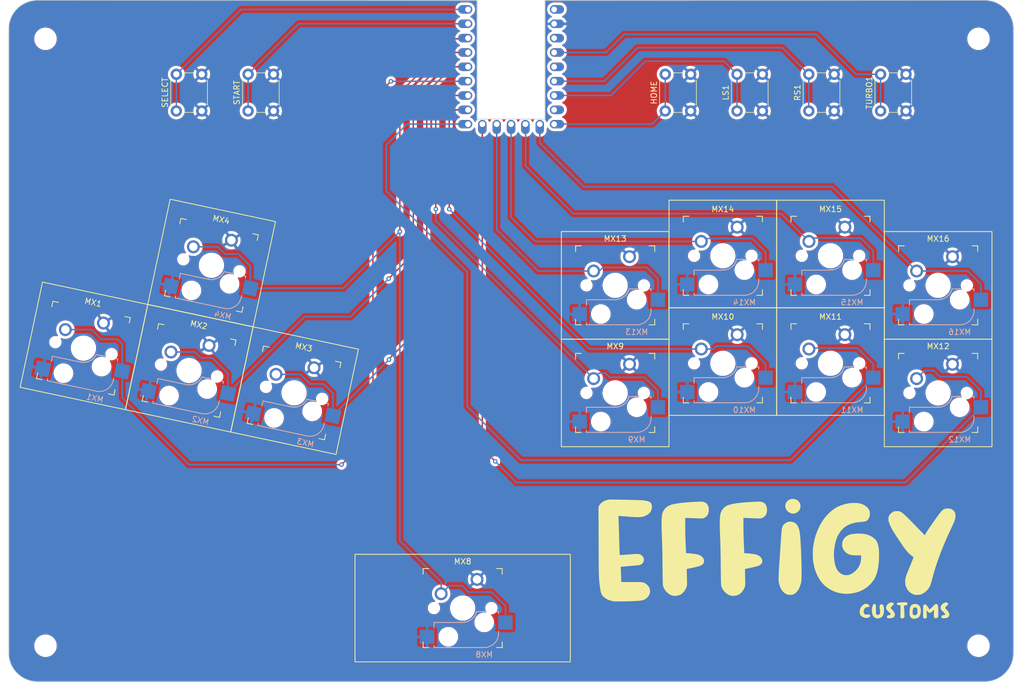
<source format=kicad_pcb>
(kicad_pcb (version 20221018) (generator pcbnew)
  (layers (0 "F.Cu" signal) (31 "B.Cu" signal) (34 "B.Paste" user) (35 "F.Paste" user) (36 "B.SilkS" user "B.Silkscreen") (37 "F.SilkS" user "F.Silkscreen") (38 "B.Mask" user) (39 "F.Mask" user) (44 "Edge.Cuts" user))
  (net 0 "")
  (net 1 "LEFT")
  (net 2 "DOWN")
  (net 3 "RIGHT")
  (net 4 "UP")
  (net 5 "HOME")
  (net 6 "SELECT")
  (net 7 "START")
  (net 8 "1K")
  (net 9 "2K")
  (net 10 "3K")
  (net 11 "4K")
  (net 12 "1P")
  (net 13 "2P")
  (net 14 "3P")
  (net 15 "4P")
  (net 16 "GND")
  (net 21 "LS")
  (net 22 "RS")
  (net 23 "TURBO")
  (footprint "keyswitches:Kailh_socket_MX_optional" (layer "F.Cu") (at 111.4504 106.349 -12)
    (fp_text reference "MX3" (at 0 -8.255 168) (layer "F.SilkS"))
    (fp_text value "MX-NoLED")
    (fp_text user "${REFERENCE}" (at 3.81 8.255 168) (layer "B.SilkS") (effects (justify mirror)))
    (pad "" np_thru_hole circle (at -5.08 0 348) (size 1.7018 1.7018) (drill 1.7018) (layers "*.Cu" "*.Mask"))
    (pad "" np_thru_hole circle (at -2.54 5.08 348) (size 3 3) (drill 3) (layers "*.Cu" "*.Mask"))
    (pad "" np_thru_hole circle (at 0 0 348) (size 3.9878 3.9878) (drill 3.9878) (layers "*.Cu" "*.Mask"))
    (pad "" np_thru_hole circle (at 3.81 2.54 348) (size 3 3) (drill 3) (layers "*.Cu" "*.Mask"))
    (pad "" np_thru_hole circle (at 5.08 0 348) (size 1.7018 1.7018) (drill 1.7018) (layers "*.Cu" "*.Mask"))
    (pad "1" smd rect (at -6.29 5.08 348) (size 2.55 2.5) (layers "B.Cu" "B.Paste" "B.Mask") (net 16 "GND"))
    (pad "1" thru_hole circle (at 2.54 -5.08 348) (size 2.286 2.286) (drill 1.4986) (layers "*.Cu" "*.Mask") (net 16 "GND"))
    (pad "2" thru_hole circle (at -3.81 -2.54 348) (size 2.286 2.286) (drill 1.4986) (layers "*.Cu" "*.Mask") (net 3 "RIGHT"))
    (pad "2" smd rect (at 7.56 2.54 348) (size 2.55 2.5) (layers "B.Cu" "B.Paste" "B.Mask") (net 3 "RIGHT"))
  )
  (footprint "MountingHole:MountingHole_3.5mm" (layer "F.Cu") (at 232.5688 151.13)
    (fp_text reference "h4" hide)
    (fp_text value "MountingHole_3.5mm")
    (pad "" np_thru_hole circle (at 0 0) (size 3.5 3.5) (drill 3.5) (layers "F&B.Cu" "*.Mask"))
  )
  (footprint "Button_Switch_THT:SW_PUSH_6mm_H5mm" (layer "F.Cu") (at 215.2375 56.4312 90)
    (fp_text reference "TURBO1" (at 3.25 -2 90) (layer "F.SilkS"))
    (fp_text value "MX-NoLED")
    (pad "1" thru_hole circle (at 0 0 180) (size 2 2) (drill 1.1) (layers "*.Cu" "*.Mask") (net 23 "TURBO"))
    (pad "1" thru_hole circle (at 6.5 0 180) (size 2 2) (drill 1.1) (layers "*.Cu" "*.Mask") (net 23 "TURBO"))
    (pad "2" thru_hole circle (at 0 4.5 180) (size 2 2) (drill 1.1) (layers "*.Cu" "*.Mask") (net 16 "GND"))
    (pad "2" thru_hole circle (at 6.5 4.5 180) (size 2 2) (drill 1.1) (layers "*.Cu" "*.Mask") (net 16 "GND"))
  )
  (footprint "Button_Switch_THT:SW_PUSH_6mm_H5mm" (layer "F.Cu") (at 189.8375 56.4312 90)
    (fp_text reference "LS1" (at 3.25 -2 90) (layer "F.SilkS"))
    (fp_text value "MX-NoLED")
    (pad "1" thru_hole circle (at 0 0 180) (size 2 2) (drill 1.1) (layers "*.Cu" "*.Mask") (net 21 "LS"))
    (pad "1" thru_hole circle (at 6.5 0 180) (size 2 2) (drill 1.1) (layers "*.Cu" "*.Mask") (net 21 "LS"))
    (pad "2" thru_hole circle (at 0 4.5 180) (size 2 2) (drill 1.1) (layers "*.Cu" "*.Mask") (net 16 "GND"))
    (pad "2" thru_hole circle (at 6.5 4.5 180) (size 2 2) (drill 1.1) (layers "*.Cu" "*.Mask") (net 16 "GND"))
  )
  (footprint "keyswitches:Kailh_socket_MX_optional" (layer "F.Cu") (at 74.1831 98.4276 -12)
    (fp_text reference "MX1" (at 0 -8.255 168) (layer "F.SilkS"))
    (fp_text value "MX-NoLED")
    (fp_text user "${REFERENCE}" (at 3.81 8.255 168) (layer "B.SilkS") (effects (justify mirror)))
    (pad "" np_thru_hole circle (at -5.08 0 348) (size 1.7018 1.7018) (drill 1.7018) (layers "*.Cu" "*.Mask"))
    (pad "" np_thru_hole circle (at -2.54 5.08 348) (size 3 3) (drill 3) (layers "*.Cu" "*.Mask"))
    (pad "" np_thru_hole circle (at 0 0 348) (size 3.9878 3.9878) (drill 3.9878) (layers "*.Cu" "*.Mask"))
    (pad "" np_thru_hole circle (at 3.81 2.54 348) (size 3 3) (drill 3) (layers "*.Cu" "*.Mask"))
    (pad "" np_thru_hole circle (at 5.08 0 348) (size 1.7018 1.7018) (drill 1.7018) (layers "*.Cu" "*.Mask"))
    (pad "1" smd rect (at -6.29 5.08 348) (size 2.55 2.5) (layers "B.Cu" "B.Paste" "B.Mask") (net 16 "GND"))
    (pad "1" thru_hole circle (at 2.54 -5.08 348) (size 2.286 2.286) (drill 1.4986) (layers "*.Cu" "*.Mask") (net 16 "GND"))
    (pad "2" thru_hole circle (at -3.81 -2.54 348) (size 2.286 2.286) (drill 1.4986) (layers "*.Cu" "*.Mask") (net 1 "LEFT"))
    (pad "2" smd rect (at 7.56 2.54 348) (size 2.55 2.5) (layers "B.Cu" "B.Paste" "B.Mask") (net 1 "LEFT"))
  )
  (footprint "Button_Switch_THT:SW_PUSH_6mm_H5mm" (layer "F.Cu") (at 90.6188 56.4312 90)
    (fp_text reference "SELECT" (at 3.25 -2 90) (layer "F.SilkS"))
    (fp_text value "MX-NoLED")
    (pad "1" thru_hole circle (at 0 0 180) (size 2 2) (drill 1.1) (layers "*.Cu" "*.Mask") (net 6 "SELECT"))
    (pad "1" thru_hole circle (at 6.5 0 180) (size 2 2) (drill 1.1) (layers "*.Cu" "*.Mask") (net 6 "SELECT"))
    (pad "2" thru_hole circle (at 0 4.5 180) (size 2 2) (drill 1.1) (layers "*.Cu" "*.Mask") (net 16 "GND"))
    (pad "2" thru_hole circle (at 6.5 4.5 180) (size 2 2) (drill 1.1) (layers "*.Cu" "*.Mask") (net 16 "GND"))
  )
  (footprint "keyswitches:Kailh_socket_MX_optional" (layer "F.Cu") (at 225.425 87.3125)
    (fp_text reference "MX16" (at 0 -8.255) (layer "F.SilkS"))
    (fp_text value "MX-NoLED")
    (fp_text user "${REFERENCE}" (at 3.81 8.255) (layer "B.SilkS") (effects (justify mirror)))
    (pad "" np_thru_hole circle (at -5.08 0) (size 1.7018 1.7018) (drill 1.7018) (layers "*.Cu" "*.Mask"))
    (pad "" np_thru_hole circle (at -2.54 5.08) (size 3 3) (drill 3) (layers "*.Cu" "*.Mask"))
    (pad "" np_thru_hole circle (at 0 0) (size 3.9878 3.9878) (drill 3.9878) (layers "*.Cu" "*.Mask"))
    (pad "" np_thru_hole circle (at 3.81 2.54) (size 3 3) (drill 3) (layers "*.Cu" "*.Mask"))
    (pad "" np_thru_hole circle (at 5.08 0) (size 1.7018 1.7018) (drill 1.7018) (layers "*.Cu" "*.Mask"))
    (pad "1" smd rect (at -6.29 5.08) (size 2.55 2.5) (layers "B.Cu" "B.Paste" "B.Mask") (net 16 "GND"))
    (pad "1" thru_hole circle (at 2.54 -5.08) (size 2.286 2.286) (drill 1.4986) (layers "*.Cu" "*.Mask") (net 16 "GND"))
    (pad "2" thru_hole circle (at -3.81 -2.54) (size 2.286 2.286) (drill 1.4986) (layers "*.Cu" "*.Mask") (net 15 "4P"))
    (pad "2" smd rect (at 7.56 2.54) (size 2.55 2.5) (layers "B.Cu" "B.Paste" "B.Mask") (net 15 "4P"))
  )
  (footprint "keyswitches:Kailh_socket_MX_optional" (layer "F.Cu") (at 92.8688 102.3938 -12)
    (fp_text reference "MX2" (at 0 -8.255 168) (layer "F.SilkS"))
    (fp_text value "MX-NoLED")
    (fp_text user "${REFERENCE}" (at 3.81 8.255 168) (layer "B.SilkS") (effects (justify mirror)))
    (pad "" np_thru_hole circle (at -5.08 0 348) (size 1.7018 1.7018) (drill 1.7018) (layers "*.Cu" "*.Mask"))
    (pad "" np_thru_hole circle (at -2.54 5.08 348) (size 3 3) (drill 3) (layers "*.Cu" "*.Mask"))
    (pad "" np_thru_hole circle (at 0 0 348) (size 3.9878 3.9878) (drill 3.9878) (layers "*.Cu" "*.Mask"))
    (pad "" np_thru_hole circle (at 3.81 2.54 348) (size 3 3) (drill 3) (layers "*.Cu" "*.Mask"))
    (pad "" np_thru_hole circle (at 5.08 0 348) (size 1.7018 1.7018) (drill 1.7018) (layers "*.Cu" "*.Mask"))
    (pad "1" smd rect (at -6.29 5.08 348) (size 2.55 2.5) (layers "B.Cu" "B.Paste" "B.Mask") (net 16 "GND"))
    (pad "1" thru_hole circle (at 2.54 -5.08 348) (size 2.286 2.286) (drill 1.4986) (layers "*.Cu" "*.Mask") (net 16 "GND"))
    (pad "2" thru_hole circle (at -3.81 -2.54 348) (size 2.286 2.286) (drill 1.4986) (layers "*.Cu" "*.Mask") (net 2 "DOWN"))
    (pad "2" smd rect (at 7.56 2.54 348) (size 2.55 2.5) (layers "B.Cu" "B.Paste" "B.Mask") (net 2 "DOWN"))
  )
  (footprint "LOGO" (layer "F.Cu") (at 196.85 134.3235)
    (fp_text reference "G***" hide)
    (fp_text value "LOGO" hide)
  )
  (footprint "keyswitches:Kailh_socket_MX_optional" (layer "F.Cu") (at 96.8295 83.7601 -12)
    (fp_text reference "MX4" (at 0 -8.255 168) (layer "F.SilkS"))
    (fp_text value "MX-NoLED")
    (fp_text user "${REFERENCE}" (at 3.81 8.255 168) (layer "B.SilkS") (effects (justify mirror)))
    (pad "" np_thru_hole circle (at -5.08 0 348) (size 1.7018 1.7018) (drill 1.7018) (layers "*.Cu" "*.Mask"))
    (pad "" np_thru_hole circle (at -2.54 5.08 348) (size 3 3) (drill 3) (layers "*.Cu" "*.Mask"))
    (pad "" np_thru_hole circle (at 0 0 348) (size 3.9878 3.9878) (drill 3.9878) (layers "*.Cu" "*.Mask"))
    (pad "" np_thru_hole circle (at 3.81 2.54 348) (size 3 3) (drill 3) (layers "*.Cu" "*.Mask"))
    (pad "" np_thru_hole circle (at 5.08 0 348) (size 1.7018 1.7018) (drill 1.7018) (layers "*.Cu" "*.Mask"))
    (pad "1" smd rect (at -6.29 5.08 348) (size 2.55 2.5) (layers "B.Cu" "B.Paste" "B.Mask") (net 16 "GND"))
    (pad "1" thru_hole circle (at 2.54 -5.08 348) (size 2.286 2.286) (drill 1.4986) (layers "*.Cu" "*.Mask") (net 16 "GND"))
    (pad "2" thru_hole circle (at -3.81 -2.54 348) (size 2.286 2.286) (drill 1.4986) (layers "*.Cu" "*.Mask") (net 4 "UP"))
    (pad "2" smd rect (at 7.56 2.54 348) (size 2.55 2.5) (layers "B.Cu" "B.Paste" "B.Mask") (net 4 "UP"))
  )
  (footprint "keyswitches:Kailh_socket_MX_optional" (layer "F.Cu") (at 225.425 106.3625)
    (fp_text reference "MX12" (at 0 -8.255) (layer "F.SilkS"))
    (fp_text value "MX-NoLED")
    (fp_text user "${REFERENCE}" (at 3.81 8.255) (layer "B.SilkS") (effects (justify mirror)))
    (pad "" np_thru_hole circle (at -5.08 0) (size 1.7018 1.7018) (drill 1.7018) (layers "*.Cu" "*.Mask"))
    (pad "" np_thru_hole circle (at -2.54 5.08) (size 3 3) (drill 3) (layers "*.Cu" "*.Mask"))
    (pad "" np_thru_hole circle (at 0 0) (size 3.9878 3.9878) (drill 3.9878) (layers "*.Cu" "*.Mask"))
    (pad "" np_thru_hole circle (at 3.81 2.54) (size 3 3) (drill 3) (layers "*.Cu" "*.Mask"))
    (pad "" np_thru_hole circle (at 5.08 0) (size 1.7018 1.7018) (drill 1.7018) (layers "*.Cu" "*.Mask"))
    (pad "1" smd rect (at -6.29 5.08) (size 2.55 2.5) (layers "B.Cu" "B.Paste" "B.Mask") (net 16 "GND"))
    (pad "1" thru_hole circle (at 2.54 -5.08) (size 2.286 2.286) (drill 1.4986) (layers "*.Cu" "*.Mask") (net 16 "GND"))
    (pad "2" thru_hole circle (at -3.81 -2.54) (size 2.286 2.286) (drill 1.4986) (layers "*.Cu" "*.Mask") (net 11 "4K"))
    (pad "2" smd rect (at 7.56 2.54) (size 2.55 2.5) (layers "B.Cu" "B.Paste" "B.Mask") (net 11 "4K"))
  )
  (footprint "keyswitches:Kailh_socket_MX_optional" (layer "F.Cu") (at 187.325 101.1237)
    (fp_text reference "MX10" (at 0 -8.255) (layer "F.SilkS"))
    (fp_text value "MX-NoLED")
    (fp_text user "${REFERENCE}" (at 3.81 8.255) (layer "B.SilkS") (effects (justify mirror)))
    (pad "" np_thru_hole circle (at -5.08 0) (size 1.7018 1.7018) (drill 1.7018) (layers "*.Cu" "*.Mask"))
    (pad "" np_thru_hole circle (at -2.54 5.08) (size 3 3) (drill 3) (layers "*.Cu" "*.Mask"))
    (pad "" np_thru_hole circle (at 0 0) (size 3.9878 3.9878) (drill 3.9878) (layers "*.Cu" "*.Mask"))
    (pad "" np_thru_hole circle (at 3.81 2.54) (size 3 3) (drill 3) (layers "*.Cu" "*.Mask"))
    (pad "" np_thru_hole circle (at 5.08 0) (size 1.7018 1.7018) (drill 1.7018) (layers "*.Cu" "*.Mask"))
    (pad "1" smd rect (at -6.29 5.08) (size 2.55 2.5) (layers "B.Cu" "B.Paste" "B.Mask") (net 16 "GND"))
    (pad "1" thru_hole circle (at 2.54 -5.08) (size 2.286 2.286) (drill 1.4986) (layers "*.Cu" "*.Mask") (net 16 "GND"))
    (pad "2" thru_hole circle (at -3.81 -2.54) (size 2.286 2.286) (drill 1.4986) (layers "*.Cu" "*.Mask") (net 9 "2K"))
    (pad "2" smd rect (at 7.56 2.54) (size 2.55 2.5) (layers "B.Cu" "B.Paste" "B.Mask") (net 9 "2K"))
  )
  (footprint "keyswitches:Kailh_socket_MX_optional" (layer "F.Cu") (at 141.2875 144.4625)
    (fp_text reference "MX8" (at 0 -8.255) (layer "F.SilkS"))
    (fp_text value "MX-NoLED")
    (fp_text user "${REFERENCE}" (at 3.81 8.255) (layer "B.SilkS") (effects (justify mirror)))
    (pad "" np_thru_hole circle (at -5.08 0) (size 1.7018 1.7018) (drill 1.7018) (layers "*.Cu" "*.Mask"))
    (pad "" np_thru_hole circle (at -2.54 5.08) (size 3 3) (drill 3) (layers "*.Cu" "*.Mask"))
    (pad "" np_thru_hole circle (at 0 0) (size 3.9878 3.9878) (drill 3.9878) (layers "*.Cu" "*.Mask"))
    (pad "" np_thru_hole circle (at 3.81 2.54) (size 3 3) (drill 3) (layers "*.Cu" "*.Mask"))
    (pad "" np_thru_hole circle (at 5.08 0) (size 1.7018 1.7018) (drill 1.7018) (layers "*.Cu" "*.Mask"))
    (pad "1" smd rect (at -6.29 5.08) (size 2.55 2.5) (layers "B.Cu" "B.Paste" "B.Mask") (net 16 "GND"))
    (pad "1" thru_hole circle (at 2.54 -5.08) (size 2.286 2.286) (drill 1.4986) (layers "*.Cu" "*.Mask") (net 16 "GND"))
    (pad "2" thru_hole circle (at -3.81 -2.54) (size 2.286 2.286) (drill 1.4986) (layers "*.Cu" "*.Mask") (net 4 "UP"))
    (pad "2" smd rect (at 7.56 2.54) (size 2.55 2.5) (layers "B.Cu" "B.Paste" "B.Mask") (net 4 "UP"))
  )
  (footprint "MountingHole:MountingHole_3.5mm" (layer "F.Cu") (at 232.5688 43.6562)
    (fp_text reference "h3" hide)
    (fp_text value "MountingHole_3.5mm")
    (pad "" np_thru_hole circle (at 0 0) (size 3.5 3.5) (drill 3.5) (layers "F&B.Cu" "*.Mask"))
  )
  (footprint "MountingHole:MountingHole_3.5mm" (layer "F.Cu") (at 67.4688 151.13)
    (fp_text reference "h1" hide)
    (fp_text value "MountingHole_3.5mm")
    (pad "" np_thru_hole circle (at 0 0) (size 3.5 3.5) (drill 3.5) (layers "F&B.Cu" "*.Mask"))
  )
  (footprint "keyswitches:Kailh_socket_MX_optional" (layer "F.Cu") (at 187.325 82.0737)
    (fp_text reference "MX14" (at 0 -8.255) (layer "F.SilkS"))
    (fp_text value "MX-NoLED")
    (fp_text user "${REFERENCE}" (at 3.81 8.255) (layer "B.SilkS") (effects (justify mirror)))
    (pad "" np_thru_hole circle (at -5.08 0) (size 1.7018 1.7018) (drill 1.7018) (layers "*.Cu" "*.Mask"))
    (pad "" np_thru_hole circle (at -2.54 5.08) (size 3 3) (drill 3) (layers "*.Cu" "*.Mask"))
    (pad "" np_thru_hole circle (at 0 0) (size 3.9878 3.9878) (drill 3.9878) (layers "*.Cu" "*.Mask"))
    (pad "" np_thru_hole circle (at 3.81 2.54) (size 3 3) (drill 3) (layers "*.Cu" "*.Mask"))
    (pad "" np_thru_hole circle (at 5.08 0) (size 1.7018 1.7018) (drill 1.7018) (layers "*.Cu" "*.Mask"))
    (pad "1" smd rect (at -6.29 5.08) (size 2.55 2.5) (layers "B.Cu" "B.Paste" "B.Mask") (net 16 "GND"))
    (pad "1" thru_hole circle (at 2.54 -5.08) (size 2.286 2.286) (drill 1.4986) (layers "*.Cu" "*.Mask") (net 16 "GND"))
    (pad "2" thru_hole circle (at -3.81 -2.54) (size 2.286 2.286) (drill 1.4986) (layers "*.Cu" "*.Mask") (net 13 "2P"))
    (pad "2" smd rect (at 7.56 2.54) (size 2.55 2.5) (layers "B.Cu" "B.Paste" "B.Mask") (net 13 "2P"))
  )
  (footprint "keyswitches:Kailh_socket_MX_optional" (layer "F.Cu") (at 206.375 101.1237)
    (fp_text reference "MX11" (at 0 -8.255) (layer "F.SilkS"))
    (fp_text value "MX-NoLED")
    (fp_text user "${REFERENCE}" (at 3.81 8.255) (layer "B.SilkS") (effects (justify mirror)))
    (pad "" np_thru_hole circle (at -5.08 0) (size 1.7018 1.7018) (drill 1.7018) (layers "*.Cu" "*.Mask"))
    (pad "" np_thru_hole circle (at -2.54 5.08) (size 3 3) (drill 3) (layers "*.Cu" "*.Mask"))
    (pad "" np_thru_hole circle (at 0 0) (size 3.9878 3.9878) (drill 3.9878) (layers "*.Cu" "*.Mask"))
    (pad "" np_thru_hole circle (at 3.81 2.54) (size 3 3) (drill 3) (layers "*.Cu" "*.Mask"))
    (pad "" np_thru_hole circle (at 5.08 0) (size 1.7018 1.7018) (drill 1.7018) (layers "*.Cu" "*.Mask"))
    (pad "1" smd rect (at -6.29 5.08) (size 2.55 2.5) (layers "B.Cu" "B.Paste" "B.Mask") (net 16 "GND"))
    (pad "1" thru_hole circle (at 2.54 -5.08) (size 2.286 2.286) (drill 1.4986) (layers "*.Cu" "*.Mask") (net 16 "GND"))
    (pad "2" thru_hole circle (at -3.81 -2.54) (size 2.286 2.286) (drill 1.4986) (layers "*.Cu" "*.Mask") (net 10 "3K"))
    (pad "2" smd rect (at 7.56 2.54) (size 2.55 2.5) (layers "B.Cu" "B.Paste" "B.Mask") (net 10 "3K"))
  )
  (footprint "MountingHole:MountingHole_3.5mm" (layer "F.Cu") (at 67.4688 43.6562)
    (fp_text reference "h2" hide)
    (fp_text value "MountingHole_3.5mm")
    (pad "" np_thru_hole circle (at 0 0) (size 3.5 3.5) (drill 3.5) (layers "*.Cu" "*.Mask"))
  )
  (footprint "Button_Switch_THT:SW_PUSH_6mm_H5mm" (layer "F.Cu") (at 177.1375 56.4312 90)
    (fp_text reference "HOME" (at 3.25 -2 90) (layer "F.SilkS"))
    (fp_text value "MX-NoLED")
    (pad "1" thru_hole circle (at 0 0 180) (size 2 2) (drill 1.1) (layers "*.Cu" "*.Mask") (net 5 "HOME"))
    (pad "1" thru_hole circle (at 6.5 0 180) (size 2 2) (drill 1.1) (layers "*.Cu" "*.Mask") (net 5 "HOME"))
    (pad "2" thru_hole circle (at 0 4.5 180) (size 2 2) (drill 1.1) (layers "*.Cu" "*.Mask") (net 16 "GND"))
    (pad "2" thru_hole circle (at 6.5 4.5 180) (size 2 2) (drill 1.1) (layers "*.Cu" "*.Mask") (net 16 "GND"))
  )
  (footprint "keyswitches:Kailh_socket_MX_optional" (layer "F.Cu") (at 168.275 87.3125)
    (fp_text reference "MX13" (at 0 -8.255) (layer "F.SilkS"))
    (fp_text value "MX-NoLED")
    (fp_text user "${REFERENCE}" (at 3.81 8.255) (layer "B.SilkS") (effects (justify mirror)))
    (pad "" np_thru_hole circle (at -5.08 0) (size 1.7018 1.7018) (drill 1.7018) (layers "*.Cu" "*.Mask"))
    (pad "" np_thru_hole circle (at -2.54 5.08) (size 3 3) (drill 3) (layers "*.Cu" "*.Mask"))
    (pad "" np_thru_hole circle (at 0 0) (size 3.9878 3.9878) (drill 3.9878) (layers "*.Cu" "*.Mask"))
    (pad "" np_thru_hole circle (at 3.81 2.54) (size 3 3) (drill 3) (layers "*.Cu" "*.Mask"))
    (pad "" np_thru_hole circle (at 5.08 0) (size 1.7018 1.7018) (drill 1.7018) (layers "*.Cu" "*.Mask"))
    (pad "1" smd rect (at -6.29 5.08) (size 2.55 2.5) (layers "B.Cu" "B.Paste" "B.Mask") (net 16 "GND"))
    (pad "1" thru_hole circle (at 2.54 -5.08) (size 2.286 2.286) (drill 1.4986) (layers "*.Cu" "*.Mask") (net 16 "GND"))
    (pad "2" thru_hole circle (at -3.81 -2.54) (size 2.286 2.286) (drill 1.4986) (layers "*.Cu" "*.Mask") (net 12 "1P"))
    (pad "2" smd rect (at 7.56 2.54) (size 2.55 2.5) (layers "B.Cu" "B.Paste" "B.Mask") (net 12 "1P"))
  )
  (footprint "Button_Switch_THT:SW_PUSH_6mm_H5mm" (layer "F.Cu") (at 103.3188 56.4312 90)
    (fp_text reference "START" (at 3.25 -2 90) (layer "F.SilkS"))
    (fp_text value "MX-NoLED")
    (pad "1" thru_hole circle (at 0 0 180) (size 2 2) (drill 1.1) (layers "*.Cu" "*.Mask") (net 7 "START"))
    (pad "1" thru_hole circle (at 6.5 0 180) (size 2 2) (drill 1.1) (layers "*.Cu" "*.Mask") (net 7 "START"))
    (pad "2" thru_hole circle (at 0 4.5 180) (size 2 2) (drill 1.1) (layers "*.Cu" "*.Mask") (net 16 "GND"))
    (pad "2" thru_hole circle (at 6.5 4.5 180) (size 2 2) (drill 1.1) (layers "*.Cu" "*.Mask") (net 16 "GND"))
  )
  (footprint "Button_Switch_THT:SW_PUSH_6mm_H5mm" (layer "F.Cu") (at 202.5375 56.4312 90)
    (fp_text reference "RS1" (at 3.25 -2 90) (layer "F.SilkS"))
    (fp_text value "MX-NoLED")
    (pad "1" thru_hole circle (at 0 0 180) (size 2 2) (drill 1.1) (layers "*.Cu" "*.Mask") (net 22 "RS"))
    (pad "1" thru_hole circle (at 6.5 0 180) (size 2 2) (drill 1.1) (layers "*.Cu" "*.Mask") (net 22 "RS"))
    (pad "2" thru_hole circle (at 0 4.5 180) (size 2 2) (drill 1.1) (layers "*.Cu" "*.Mask") (net 16 "GND"))
    (pad "2" thru_hole circle (at 6.5 4.5 180) (size 2 2) (drill 1.1) (layers "*.Cu" "*.Mask") (net 16 "GND"))
  )
  (footprint "keyswitches:Kailh_socket_MX_optional" (layer "F.Cu") (at 206.375 82.0737)
    (fp_text reference "MX15" (at 0 -8.255) (layer "F.SilkS"))
    (fp_text value "MX-NoLED")
    (fp_text user "${REFERENCE}" (at 3.81 8.255) (layer "B.SilkS") (effects (justify mirror)))
    (pad "" np_thru_hole circle (at -5.08 0) (size 1.7018 1.7018) (drill 1.7018) (layers "*.Cu" "*.Mask"))
    (pad "" np_thru_hole circle (at -2.54 5.08) (size 3 3) (drill 3) (layers "*.Cu" "*.Mask"))
    (pad "" np_thru_hole circle (at 0 0) (size 3.9878 3.9878) (drill 3.9878) (layers "*.Cu" "*.Mask"))
    (pad "" np_thru_hole circle (at 3.81 2.54) (size 3 3) (drill 3) (layers "*.Cu" "*.Mask"))
    (pad "" np_thru_hole circle (at 5.08 0) (size 1.7018 1.7018) (drill 1.7018) (layers "*.Cu" "*.Mask"))
    (pad "1" smd rect (at -6.29 5.08) (size 2.55 2.5) (layers "B.Cu" "B.Paste" "B.Mask") (net 16 "GND"))
    (pad "1" thru_hole circle (at 2.54 -5.08) (size 2.286 2.286) (drill 1.4986) (layers "*.Cu" "*.Mask") (net 16 "GND"))
    (pad "2" thru_hole circle (at -3.81 -2.54) (size 2.286 2.286) (drill 1.4986) (layers "*.Cu" "*.Mask") (net 14 "3P"))
    (pad "2" smd rect (at 7.56 2.54) (size 2.55 2.5) (layers "B.Cu" "B.Paste" "B.Mask") (net 14 "3P"))
  )
  (footprint "keyswitches:Kailh_socket_MX_optional" (layer "F.Cu") (at 168.275 106.3625)
    (fp_text reference "MX9" (at 0 -8.255) (layer "F.SilkS"))
    (fp_text value "MX-NoLED")
    (fp_text user "${REFERENCE}" (at 3.81 8.255) (layer "B.SilkS") (effects (justify mirror)))
    (pad "" np_thru_hole circle (at -5.08 0) (size 1.7018 1.7018) (drill 1.7018) (layers "*.Cu" "*.Mask"))
    (pad "" np_thru_hole circle (at -2.54 5.08) (size 3 3) (drill 3) (layers "*.Cu" "*.Mask"))
    (pad "" np_thru_hole circle (at 0 0) (size 3.9878 3.9878) (drill 3.9878) (layers "*.Cu" "*.Mask"))
    (pad "" np_thru_hole circle (at 3.81 2.54) (size 3 3) (drill 3) (layers "*.Cu" "*.Mask"))
    (pad "" np_thru_hole circle (at 5.08 0) (size 1.7018 1.7018) (drill 1.7018) (layers "*.Cu" "*.Mask"))
    (pad "1" smd rect (at -6.29 5.08) (size 2.55 2.5) (layers "B.Cu" "B.Paste" "B.Mask") (net 16 "GND"))
    (pad "1" thru_hole circle (at 2.54 -5.08) (size 2.286 2.286) (drill 1.4986) (layers "*.Cu" "*.Mask") (net 16 "GND"))
    (pad "2" thru_hole circle (at -3.81 -2.54) (size 2.286 2.286) (drill 1.4986) (layers "*.Cu" "*.Mask") (net 8 "1K"))
    (pad "2" smd rect (at 7.56 2.54) (size 2.55 2.5) (layers "B.Cu" "B.Paste" "B.Mask") (net 8 "1K"))
  )
  (footprint "mcu:rp2040-zero-tht" (layer "B.Cu") (at 149.8513 48.6111 180)
    (fp_text reference "U1" hide)
    (fp_text value "Pico" hide)
    (fp_line (start -6 -9.25) (end 6 -9.25) (stroke (width 0.12)) (layer "Edge.Cuts"))
    (fp_line (start -6 11.75) (end -6 -9.25) (stroke (width 0.12)) (layer "Edge.Cuts"))
    (fp_line (start 6 -9.25) (end 6 11.75) (stroke (width 0.12)) (layer "Edge.Cuts"))
    (pad "1" thru_hole oval (at 7.62 10.16) (size 2.5 1.5) (drill 1 (offset -0.5 0)) (layers "*.Cu" "*.Mask") (net 6 "SELECT"))
    (pad "2" thru_hole oval (at 7.62 7.62) (size 2.5 1.5) (drill 1 (offset -0.5 0)) (layers "*.Cu" "*.Mask") (net 7 "START"))
    (pad "3" thru_hole oval (at 7.62 5.08) (size 2.5 1.5) (drill 1 (offset -0.5 0)) (layers "*.Cu" "*.Mask") (net 4 "UP"))
    (pad "4" thru_hole oval (at 7.62 2.54) (size 2.5 1.5) (drill 1 (offset -0.5 0)) (layers "*.Cu" "*.Mask") (net 2 "DOWN"))
    (pad "5" thru_hole oval (at 7.62 0) (size 2.5 1.5) (drill 1 (offset -0.5 0)) (layers "*.Cu" "*.Mask") (net 3 "RIGHT"))
    (pad "6" thru_hole oval (at 7.62 -2.54) (size 2.5 1.5) (drill 1 (offset -0.5 0)) (layers "*.Cu" "*.Mask") (net 1 "LEFT"))
    (pad "7" thru_hole oval (at 7.62 -5.08) (size 2.5 1.5) (drill 1 (offset -0.5 0)) (layers "*.Cu" "*.Mask") (net 8 "1K"))
    (pad "8" thru_hole oval (at 7.62 -7.62) (size 2.5 1.5) (drill 1 (offset -0.5 0)) (layers "*.Cu" "*.Mask") (net 9 "2K"))
    (pad "9" thru_hole oval (at 7.62 -10.16) (size 2.5 1.5) (drill 1 (offset -0.5 0)) (layers "*.Cu" "*.Mask") (net 10 "3K"))
    (pad "10" thru_hole oval (at 5.08 -10.16 90) (size 2.5 1.5) (drill 1 (offset -0.5 0)) (layers "*.Cu" "*.Mask") (net 11 "4K"))
    (pad "11" thru_hole oval (at 2.54 -10.16 90) (size 2.5 1.5) (drill 1 (offset -0.5 0)) (layers "*.Cu" "*.Mask") (net 12 "1P"))
    (pad "12" thru_hole oval (at 0 -10.16 90) (size 2.5 1.5) (drill 1 (offset -0.5 0)) (layers "*.Cu" "*.Mask") (net 13 "2P"))
    (pad "13" thru_hole oval (at -2.54 -10.16 90) (size 2.5 1.5) (drill 1 (offset -0.5 0)) (layers "*.Cu" "*.Mask") (net 14 "3P"))
    (pad "14" thru_hole oval (at -5.08 -10.16 90) (size 2.5 1.5) (drill 1 (offset -0.5 0)) (layers "*.Cu" "*.Mask") (net 15 "4P"))
    (pad "15" thru_hole oval (at -7.62 -10.16 180) (size 2.5 1.5) (drill 1 (offset -0.5 0)) (layers "*.Cu" "*.Mask") (net 5 "HOME"))
    (pad "16" thru_hole oval (at -7.62 -7.62 180) (size 2.5 1.5) (drill 1 (offset -0.5 0)) (layers "*.Cu" "*.Mask"))
    (pad "17" thru_hole oval (at -7.62 -5.08 180) (size 2.5 1.5) (drill 1 (offset -0.5 0)) (layers "*.Cu" "*.Mask") (net 21 "LS"))
    (pad "18" thru_hole oval (at -7.62 -2.54 180) (size 2.5 1.5) (drill 1 (offset -0.5 0)) (layers "*.Cu" "*.Mask") (net 22 "RS"))
    (pad "19" thru_hole oval (at -7.62 0 180) (size 2.5 1.5) (drill 1 (offset -0.5 0)) (layers "*.Cu" "*.Mask"))
    (pad "20" thru_hole oval (at -7.62 2.54 180) (size 2.5 1.5) (drill 1 (offset -0.5 0)) (layers "*.Cu" "*.Mask") (net 23 "TURBO"))
    (pad "21" thru_hole oval (at -7.62 5.08 180) (size 2.5 1.5) (drill 1 (offset -0.5 0)) (layers "*.Cu" "*.Mask"))
    (pad "22" thru_hole oval (at -7.62 7.62 180) (size 2.5 1.5) (drill 1 (offset -0.5 0)) (layers "*.Cu" "*.Mask") (net 16 "GND"))
    (pad "23" thru_hole oval (at -7.62 10.16 180) (size 2.5 1.5) (drill 1 (offset -0.5 0)) (layers "*.Cu" "*.Mask"))
  )
  (gr_rect (start 215.9 96.83755) (end 234.95 115.88755) (stroke (width 0.15)) (fill none) (layer "F.SilkS"))
  (gr_rect (start 196.85 72.2313) (end 215.9 91.2813) (stroke (width 0.15)) (fill none) (layer "F.SilkS"))
  (gr_poly (pts (xy 66.935422 86.734833) (xy 85.569134 90.69555) (xy 81.608419 109.329261) (xy 62.974707 105.368545)) (stroke (width 0.15)) (fill none) (layer "F.SilkS"))
  (gr_rect (start 196.85 91.2813) (end 215.9 110.3313) (stroke (width 0.15)) (fill none) (layer "F.SilkS"))
  (gr_rect (start 177.8 91.2813) (end 196.85 110.3313) (stroke (width 0.15)) (fill none) (layer "F.SilkS"))
  (gr_rect (start 215.9 77.78755) (end 234.95 96.83755) (stroke (width 0.15)) (fill none) (layer "F.SilkS"))
  (gr_rect (start 158.75 77.78755) (end 177.8 96.83755) (stroke (width 0.15)) (fill none) (layer "F.SilkS"))
  (gr_poly (pts (xy 85.569134 90.69555) (xy 104.202845 94.656268) (xy 100.242129 113.289981) (xy 81.608418 109.329262)) (stroke (width 0.15)) (fill none) (layer "F.SilkS"))
  (gr_rect (start 158.75 96.83755) (end 177.8 115.88755) (stroke (width 0.15)) (fill none) (layer "F.SilkS"))
  (gr_poly (pts (xy 104.202845 94.656268) (xy 122.836557 98.616985) (xy 118.87584 117.250698) (xy 100.242127 113.289981)) (stroke (width 0.15)) (fill none) (layer "F.SilkS"))
  (gr_rect (start 122.2375 134.93755) (end 160.3375 153.98755) (stroke (width 0.15)) (fill none) (layer "F.SilkS"))
  (gr_poly (pts (xy 89.529852 72.061839) (xy 108.163564 76.022556) (xy 104.202846 94.656268) (xy 85.569134 90.69555)) (stroke (width 0.15)) (fill none) (layer "F.SilkS"))
  (gr_rect (start 177.8 72.2313) (end 196.85 91.2813) (stroke (width 0.15)) (fill none) (layer "F.SilkS"))
  (gr_arc (start 66.04 157.48) (mid 62.447898 155.992102) (end 60.96 152.4) (stroke (width 0.1)) (layer "Edge.Cuts"))
  (gr_line (start 66.04 157.48) (end 233.68 157.48) (stroke (width 0.1)) (layer "Edge.Cuts"))
  (gr_arc (start 60.96 41.91) (mid 62.447898 38.317898) (end 66.04 36.83) (stroke (width 0.1)) (layer "Edge.Cuts"))
  (gr_arc (start 238.76 152.4) (mid 237.272102 155.992102) (end 233.68 157.48) (stroke (width 0.1)) (layer "Edge.Cuts"))
  (gr_line (start 155.8513 36.8611) (end 233.68 36.83) (stroke (width 0.1)) (layer "Edge.Cuts"))
  (gr_line (start 60.96 41.91) (end 60.96 152.4) (stroke (width 0.1)) (layer "Edge.Cuts"))
  (gr_arc (start 233.68 36.83) (mid 237.272102 38.317898) (end 238.76 41.91) (stroke (width 0.1)) (layer "Edge.Cuts"))
  (gr_line (start 238.76 152.4) (end 238.76 41.91) (stroke (width 0.1)) (layer "Edge.Cuts"))
  (gr_line (start 143.8513 36.8611) (end 66.04 36.83) (stroke (width 0.1)) (layer "Edge.Cuts"))
  (segment (start 125.4125 54.371875) (end 125.4125 113.50625) (width 0.254) (layer "F.Cu") (net 1))
  (segment (start 128.5875 51.196875) (end 125.4125 54.371875) (width 0.254) (layer "F.Cu") (net 1))
  (segment (start 128.5875 51.174643) (end 128.5875 51.196875) (width 0.254) (layer "F.Cu") (net 1))
  (segment (start 125.4125 113.50625) (end 119.85625 119.0625) (width 0.254) (layer "F.Cu") (net 1))
  (via (at 119.85625 119.0625) (size 0.8) (drill 0.4) (layers "F.Cu" "B.Cu") (net 1))
  (via (at 128.5875 51.174643) (size 0.8) (drill 0.4) (layers "F.Cu" "B.Cu") (net 1))
  (segment (start 80.16875 96.8375) (end 81.0498 97.71855) (width 0.254) (layer "B.Cu") (net 1))
  (segment (start 128.5875 51.174643) (end 142.207757 51.174643) (width 0.254) (layer "B.Cu") (net 1))
  (segment (start 81.0498 107.24355) (end 81.0498 102.483907) (width 0.254) (layer "B.Cu") (net 1))
  (segment (start 77.305891 96.8375) (end 80.16875 96.8375) (width 0.254) (layer "B.Cu") (net 1))
  (segment (start 75.619353 95.150962) (end 77.305891 96.8375) (width 0.254) (layer "B.Cu") (net 1))
  (segment (start 92.86875 119.0625) (end 81.0498 107.24355) (width 0.254) (layer "B.Cu") (net 1))
  (segment (start 142.207757 51.174643) (end 142.2313 51.1511) (width 0.254) (layer "B.Cu") (net 1))
  (segment (start 81.0498 97.71855) (end 81.0498 102.483907) (width 0.254) (layer "B.Cu") (net 1))
  (segment (start 119.85625 119.0625) (end 92.86875 119.0625) (width 0.254) (layer "B.Cu") (net 1))
  (segment (start 70.984453 95.150962) (end 75.619353 95.150962) (width 0.254) (layer "B.Cu") (net 1))
  (segment (start 139.6664 46.0711) (end 142.2313 46.0711) (width 0.254) (layer "F.Cu") (net 2))
  (segment (start 132.55625 53.18125) (end 139.6664 46.0711) (width 0.254) (layer "F.Cu") (net 2))
  (segment (start 132.55625 81.75625) (end 132.55625 53.18125) (width 0.254) (layer "F.Cu") (net 2))
  (segment (start 128.190625 86.121875) (end 132.55625 81.75625) (width 0.254) (layer "F.Cu") (net 2))
  (via (at 128.190625 86.121875) (size 0.8) (drill 0.4) (layers "F.Cu" "B.Cu") (net 2))
  (segment (start 113.316857 92.86875) (end 99.7355 106.450107) (width 0.254) (layer "B.Cu") (net 2))
  (segment (start 121.44375 92.86875) (end 113.316857 92.86875) (width 0.254) (layer "B.Cu") (net 2))
  (segment (start 99.7355 102.9105) (end 99.7355 106.450107) (width 0.254) (layer "B.Cu") (net 2))
  (segment (start 128.190625 86.121875) (end 121.44375 92.86875) (width 0.254) (layer "B.Cu") (net 2))
  (segment (start 89.670153 99.117162) (end 93.881656 99.117162) (width 0.254) (layer "B.Cu") (net 2))
  (segment (start 96.978627 100.153627) (end 99.7355 102.9105) (width 0.254) (layer "B.Cu") (net 2))
  (segment (start 94.918121 100.153627) (end 96.978627 100.153627) (width 0.254) (layer "B.Cu") (net 2))
  (segment (start 93.881656 99.117162) (end 94.918121 100.153627) (width 0.254) (layer "B.Cu") (net 2))
  (segment (start 134.9375 93.6625) (end 134.9375 53.18125) (width 0.254) (layer "F.Cu") (net 3))
  (segment (start 139.50765 48.6111) (end 142.2313 48.6111) (width 0.254) (layer "F.Cu") (net 3))
  (segment (start 128.251828 100.348172) (end 134.9375 93.6625) (width 0.254) (layer "F.Cu") (net 3))
  (segment (start 134.9375 53.18125) (end 139.50765 48.6111) (width 0.254) (layer "F.Cu") (net 3))
  (segment (start 128.251828 100.470578) (end 128.251828 100.348172) (width 0.254) (layer "F.Cu") (net 3))
  (via (at 128.251828 100.470578) (size 0.8) (drill 0.4) (layers "F.Cu" "B.Cu") (net 3))
  (segment (start 108.251753 103.072362) (end 112.597362 103.072362) (width 0.254) (layer "B.Cu") (net 3))
  (segment (start 128.251828 100.470578) (end 128.251828 100.470579) (width 0.254) (layer "B.Cu") (net 3))
  (segment (start 128.251828 100.470579) (end 118.3171 110.405307) (width 0.254) (layer "B.Cu") (net 3))
  (segment (start 114.3 104.775) (end 116.68125 104.775) (width 0.254) (layer "B.Cu") (net 3))
  (segment (start 118.3171 106.41085) (end 118.3171 110.405307) (width 0.254) (layer "B.Cu") (net 3))
  (segment (start 112.597362 103.072362) (end 114.3 104.775) (width 0.254) (layer "B.Cu") (net 3))
  (segment (start 116.68125 104.775) (end 118.3171 106.41085) (width 0.254) (layer "B.Cu") (net 3))
  (segment (start 130.175 77.7875) (end 130.175 53.18125) (width 0.254) (layer "F.Cu") (net 4))
  (segment (start 142.10615 43.65625) (end 142.2313 43.5311) (width 0.254) (layer "F.Cu") (net 4))
  (segment (start 139.7 43.65625) (end 142.10615 43.65625) (width 0.254) (layer "F.Cu") (net 4))
  (segment (start 130.175 53.18125) (end 139.7 43.65625) (width 0.254) (layer "F.Cu") (net 4))
  (via (at 130.175 77.7875) (size 0.8) (drill 0.4) (layers "F.Cu" "B.Cu") (net 4))
  (segment (start 146.396403 141.633903) (end 142.312185 141.633903) (width 0.254) (layer "B.Cu") (net 4))
  (segment (start 142.312185 141.633903) (end 141.172032 140.49375) (width 0.254) (layer "B.Cu") (net 4))
  (segment (start 148.8475 144.085) (end 146.396403 141.633903) (width 0.254) (layer "B.Cu") (net 4))
  (segment (start 99.21875 81.75625) (end 101.6 81.75625) (width 0.254) (layer "B.Cu") (net 4))
  (segment (start 141.172032 140.49375) (end 138.90625 140.49375) (width 0.254) (layer "B.Cu") (net 4))
  (segment (start 137.4775 139.85875) (end 137.4775 141.9225) (width 0.254) (layer "B.Cu") (net 4))
  (segment (start 93.630853 80.483462) (end 97.945962 80.483462) (width 0.254) (layer "B.Cu") (net 4))
  (segment (start 130.175 77.7875) (end 120.146093 87.816407) (width 0.254) (layer "B.Cu") (net 4))
  (segment (start 138.90625 140.49375) (end 137.4775 141.9225) (width 0.254) (layer "B.Cu") (net 4))
  (segment (start 103.6962 83.85245) (end 103.6962 87.816407) (width 0.254) (layer "B.Cu") (net 4))
  (segment (start 97.945962 80.483462) (end 99.21875 81.75625) (width 0.254) (layer "B.Cu") (net 4))
  (segment (start 120.146093 87.816407) (end 103.6962 87.816407) (width 0.254) (layer "B.Cu") (net 4))
  (segment (start 101.6 81.75625) (end 103.6962 83.85245) (width 0.254) (layer "B.Cu") (net 4))
  (segment (start 148.8475 147.0025) (end 148.8475 144.085) (width 0.254) (layer "B.Cu") (net 4))
  (segment (start 130.175 132.55625) (end 137.4775 139.85875) (width 0.254) (layer "B.Cu") (net 4))
  (segment (start 130.175 77.7875) (end 130.175 132.55625) (width 0.254) (layer "B.Cu") (net 4))
  (segment (start 177.1375 49.9312) (end 177.1375 56.4312) (width 0.254) (layer "B.Cu") (net 5))
  (segment (start 157.5049 58.7375) (end 157.4713 58.7711) (width 0.254) (layer "B.Cu") (net 5))
  (segment (start 174.8312 58.7375) (end 157.5049 58.7375) (width 0.254) (layer "B.Cu") (net 5))
  (segment (start 177.1375 56.4312) (end 174.8312 58.7375) (width 0.254) (layer "B.Cu") (net 5))
  (segment (start 90.6188 56.4312) (end 90.6188 49.9312) (width 0.254) (layer "B.Cu") (net 6))
  (segment (start 102.0989 38.4511) (end 142.2313 38.4511) (width 0.254) (layer "B.Cu") (net 6))
  (segment (start 90.6188 49.9312) (end 102.0989 38.4511) (width 0.254) (layer "B.Cu") (net 6))
  (segment (start 103.3188 49.9312) (end 112.2589 40.9911) (width 0.254) (layer "B.Cu") (net 7))
  (segment (start 112.2589 40.9911) (end 142.2313 40.9911) (width 0.254) (layer "B.Cu") (net 7))
  (segment (start 103.3188 56.4312) (end 103.3188 49.9312) (width 0.254) (layer "B.Cu") (net 7))
  (segment (start 138.90625 53.960473) (end 139.186808 53.679915) (width 0.254) (layer "F.Cu") (net 8))
  (segment (start 136.525 56.35625) (end 138.90625 53.975) (width 0.254) (layer "F.Cu") (net 8))
  (segment (start 139.186808 53.679915) (end 142.220115 53.679915) (width 0.254) (layer "F.Cu") (net 8))
  (segment (start 142.220115 53.679915) (end 142.2313 53.6911) (width 0.254) (layer "F.Cu") (net 8))
  (segment (start 138.90625 53.975) (end 138.90625 53.960473) (width 0.254) (layer "F.Cu") (net 8))
  (segment (start 136.525 73.81875) (end 136.525 56.35625) (width 0.254) (layer "F.Cu") (net 8))
  (via (at 136.525 73.81875) (size 0.8) (drill 0.4) (layers "F.Cu" "B.Cu") (net 8))
  (segment (start 175.835 105.985) (end 173.436919 103.586919) (width 0.254) (layer "B.Cu") (net 8))
  (segment (start 165.431879 102.855621) (end 164.465 103.8225) (width 0.254) (layer "B.Cu") (net 8))
  (segment (start 166.552048 102.855621) (end 165.431879 102.855621) (width 0.254) (layer "B.Cu") (net 8))
  (segment (start 167.283346 103.586919) (end 166.552048 102.855621) (width 0.254) (layer "B.Cu") (net 8))
  (segment (start 173.436919 103.586919) (end 167.283346 103.586919) (width 0.254) (layer "B.Cu") (net 8))
  (segment (start 136.525 75.8825) (end 136.525 73.81875) (width 0.254) (layer "B.Cu") (net 8))
  (segment (start 175.835 108.9025) (end 175.835 105.985) (width 0.254) (layer "B.Cu") (net 8))
  (segment (start 164.465 103.8225) (end 136.525 75.8825) (width 0.254) (layer "B.Cu") (net 8))
  (segment (start 140.087446 56.2311) (end 142.2313 56.2311) (width 0.254) (layer "F.Cu") (net 9))
  (segment (start 138.90625 73.81875) (end 138.90625 57.412296) (width 0.254) (layer "F.Cu") (net 9))
  (segment (start 138.90625 57.412296) (end 140.087446 56.2311) (width 0.254) (layer "F.Cu") (net 9))
  (via (at 138.90625 73.81875) (size 0.8) (drill 0.4) (layers "F.Cu" "B.Cu") (net 9))
  (segment (start 185.674652 98.5837) (end 186.181453 98.076899) (width 0.254) (layer "B.Cu") (net 9))
  (segment (start 191.739399 98.076899) (end 194.885 101.2225) (width 0.254) (layer "B.Cu") (net 9))
  (segment (start 138.90625 73.81875) (end 163.6712 98.5837) (width 0.254) (layer "B.Cu") (net 9))
  (segment (start 194.885 101.2225) (end 194.885 103.6637) (width 0.254) (layer "B.Cu") (net 9))
  (segment (start 163.6712 98.5837) (end 183.515 98.5837) (width 0.254) (layer "B.Cu") (net 9))
  (segment (start 183.515 98.5837) (end 185.674652 98.5837) (width 0.254) (layer "B.Cu") (net 9))
  (segment (start 186.181453 98.076899) (end 191.739399 98.076899) (width 0.254) (layer "B.Cu") (net 9))
  (segment (start 213.935 103.6637) (end 199.32995 118.26875) (width 0.254) (layer "B.Cu") (net 10))
  (segment (start 142.08125 84.93125) (end 127.79375 70.64375) (width 0.254) (layer "B.Cu") (net 10))
  (segment (start 127.79375 62.417579) (end 131.454585 58.756744) (width 0.254) (layer "B.Cu") (net 10))
  (segment (start 142.216944 58.756744) (end 142.2313 58.7711) (width 0.254) (layer "B.Cu") (net 10))
  (segment (start 202.565 98.5837) (end 202.56495 98.5837) (width 0.254) (layer "B.Cu") (net 10))
  (segment (start 131.454585 58.756744) (end 142.216944 58.756744) (width 0.254) (layer "B.Cu") (net 10))
  (segment (start 199.32995 118.26875) (end 151.60625 118.26875) (width 0.254) (layer "B.Cu") (net 10))
  (segment (start 127.79375 70.64375) (end 127.79375 62.417579) (width 0.254) (layer "B.Cu") (net 10))
  (segment (start 211.1375 98.425) (end 213.935 101.2225) (width 0.254) (layer "B.Cu") (net 10))
  (segment (start 202.40625 98.425) (end 211.1375 98.425) (width 0.254) (layer "B.Cu") (net 10))
  (segment (start 151.60625 118.26875) (end 142.08125 108.74375) (width 0.254) (layer "B.Cu") (net 10))
  (segment (start 142.08125 108.74375) (end 142.08125 84.93125) (width 0.254) (layer "B.Cu") (net 10))
  (segment (start 202.56495 98.5837) (end 202.40625 98.425) (width 0.254) (layer "B.Cu") (net 10))
  (segment (start 213.935 101.2225) (end 213.935 103.6637) (width 0.254) (layer "B.Cu") (net 10))
  (segment (start 147.043284 118.468284) (end 144.76363 116.18863) (width 0.254) (layer "F.Cu") (net 11))
  (segment (start 144.76363 116.18863) (end 144.76363 58.77877) (width 0.254) (layer "F.Cu") (net 11))
  (segment (start 144.76363 58.77877) (end 144.7713 58.7711) (width 0.254) (layer "F.Cu") (net 11))
  (via (at 147.043284 118.468284) (size 0.8) (drill 0.4) (layers "F.Cu" "B.Cu") (net 11))
  (segment (start 225.732914 103.495414) (end 230.495414 103.495414) (width 0.254) (layer "B.Cu") (net 11))
  (segment (start 150.8125 122.2375) (end 219.65 122.2375) (width 0.254) (layer "B.Cu") (net 11))
  (segment (start 232.985 105.985) (end 232.985 108.9025) (width 0.254) (layer "B.Cu") (net 11))
  (segment (start 230.495414 103.495414) (end 232.985 105.985) (width 0.254) (layer "B.Cu") (net 11))
  (segment (start 221.615 103.8225) (end 223.04375 102.39375) (width 0.254) (layer "B.Cu") (net 11))
  (segment (start 224.63125 102.39375) (end 225.732914 103.495414) (width 0.254) (layer "B.Cu") (net 11))
  (segment (start 219.65 122.2375) (end 232.985 108.9025) (width 0.254) (layer "B.Cu") (net 11))
  (segment (start 147.043284 118.468284) (end 150.8125 122.2375) (width 0.254) (layer "B.Cu") (net 11))
  (segment (start 223.04375 102.39375) (end 224.63125 102.39375) (width 0.254) (layer "B.Cu") (net 11))
  (segment (start 154.6225 84.7725) (end 147.320932 77.470932) (width 0.254) (layer "B.Cu") (net 12))
  (segment (start 166.104302 84.1375) (end 173.83125 84.1375) (width 0.254) (layer "B.Cu") (net 12))
  (segment (start 164.465 84.7725) (end 165.469302 84.7725) (width 0.254) (layer "B.Cu") (net 12))
  (segment (start 165.469302 84.7725) (end 166.104302 84.1375) (width 0.254) (layer "B.Cu") (net 12))
  (segment (start 173.83125 84.1375) (end 175.835 86.14125) (width 0.254) (layer "B.Cu") (net 12))
  (segment (start 164.465 84.7725) (end 154.6225 84.7725) (width 0.254) (layer "B.Cu") (net 12))
  (segment (start 147.320932 58.780732) (end 147.3113 58.7711) (width 0.254) (layer "B.Cu") (net 12))
  (segment (start 147.320932 77.470932) (end 147.320932 58.780732) (width 0.254) (layer "B.Cu") (net 12))
  (segment (start 175.835 86.14125) (end 175.835 89.8525) (width 0.254) (layer "B.Cu") (net 12))
  (segment (start 149.8513 75.2388) (end 154.1462 79.5337) (width 0.254) (layer "B.Cu") (net 13))
  (segment (start 184.029702 79.018998) (end 192.525248 79.018998) (width 0.254) (layer "B.Cu") (net 13))
  (segment (start 149.8513 58.7711) (end 149.8513 75.2388) (width 0.254) (layer "B.Cu") (net 13))
  (segment (start 192.525248 79.018998) (end 194.885 81.37875) (width 0.254) (layer "B.Cu") (net 13))
  (segment (start 194.885 81.37875) (end 194.885 84.6137) (width 0.254) (layer "B.Cu") (net 13))
  (segment (start 183.515 79.5337) (end 184.029702 79.018998) (width 0.254) (layer "B.Cu") (net 13))
  (segment (start 154.1462 79.5337) (end 183.515 79.5337) (width 0.254) (layer "B.Cu") (net 13))
  (segment (start 213.935 81.143176) (end 213.935 84.6137) (width 0.254) (layer "B.Cu") (net 14))
  (segment (start 202.565 79.5337) (end 203.165837 78.932863) (width 0.254) (layer "B.Cu") (net 14))
  (segment (start 160.86492 74.6125) (end 152.420682 66.168262) (width 0.254) (layer "B.Cu") (net 14))
  (segment (start 210.050676 78.932863) (end 210.093744 78.975931) (width 0.254) (layer "B.Cu") (net 14))
  (segment (start 203.165837 78.932863) (end 210.050676 78.932863) (width 0.254) (layer "B.Cu") (net 14))
  (segment (start 152.420682 66.168262) (end 152.420682 58.800482) (width 0.254) (layer "B.Cu") (net 14))
  (segment (start 210.093744 78.975931) (end 211.767755 78.975931) (width 0.254) (layer "B.Cu") (net 14))
  (segment (start 152.420682 58.800482) (end 152.3913 58.7711) (width 0.254) (layer "B.Cu") (net 14))
  (segment (start 202.565 79.5337) (end 197.6438 74.6125) (width 0.254) (layer "B.Cu") (net 14))
  (segment (start 211.767755 78.975931) (end 213.935 81.143176) (width 0.254) (layer "B.Cu") (net 14))
  (segment (start 197.6438 74.6125) (end 160.86492 74.6125) (width 0.254) (layer "B.Cu") (net 14))
  (segment (start 162.71875 69.85) (end 206.6925 69.85) (width 0.254) (layer "B.Cu") (net 15))
  (segment (start 206.6925 69.85) (end 221.615 84.7725) (width 0.254) (layer "B.Cu") (net 15))
  (segment (start 232.985 87.098619) (end 232.985 89.8525) (width 0.254) (layer "B.Cu") (net 15))
  (segment (start 221.615 84.7725) (end 230.658881 84.7725) (width 0.254) (layer "B.Cu") (net 15))
  (segment (start 154.9313 58.7711) (end 154.9313 62.06255) (width 0.254) (layer "B.Cu") (net 15))
  (segment (start 154.9313 62.06255) (end 162.71875 69.85) (width 0.254) (layer "B.Cu") (net 15))
  (segment (start 230.658881 84.7725) (end 232.985 87.098619) (width 0.254) (layer "B.Cu") (net 15))
  (segment (start 189.8375 49.9312) (end 187.5313 47.625) (width 0.254) (layer "B.Cu") (net 21))
  (segment (start 187.5313 47.625) (end 173.606062 47.625) (width 0.254) (layer "B.Cu") (net 21))
  (segment (start 173.606062 47.625) (end 167.539962 53.6911) (width 0.254) (layer "B.Cu") (net 21))
  (segment (start 189.8375 56.4312) (end 189.8375 49.9312) (width 0.254) (layer "B.Cu") (net 21))
  (segment (start 167.539962 53.6911) (end 157.4713 53.6911) (width 0.254) (layer "B.Cu") (net 21))
  (segment (start 197.85005 45.24375) (end 172.24375 45.24375) (width 0.254) (layer "B.Cu") (net 22))
  (segment (start 202.5375 56.4312) (end 202.5375 49.9312) (width 0.254) (layer "B.Cu") (net 22))
  (segment (start 172.24375 45.24375) (end 166.3364 51.1511) (width 0.254) (layer "B.Cu") (net 22))
  (segment (start 166.3364 51.1511) (end 157.4713 51.1511) (width 0.254) (layer "B.Cu") (net 22))
  (segment (start 202.5375 49.9312) (end 197.85005 45.24375) (width 0.254) (layer "B.Cu") (net 22))
  (segment (start 215.2375 49.9312) (end 210.914162 49.9312) (width 0.254) (layer "B.Cu") (net 23))
  (segment (start 166.6539 46.0711) (end 157.4713 46.0711) (width 0.254) (layer "B.Cu") (net 23))
  (segment (start 169.8625 42.8625) (end 166.6539 46.0711) (width 0.254) (layer "B.Cu") (net 23))
  (segment (start 210.914162 49.9312) (end 203.845462 42.8625) (width 0.254) (layer "B.Cu") (net 23))
  (segment (start 203.845462 42.8625) (end 169.8625 42.8625) (width 0.254) (layer "B.Cu") (net 23))
  (segment (start 215.2375 56.4312) (end 215.2375 49.9312) (width 0.254) (layer "B.Cu") (net 23))
  (zone (net 0) (net_name "") (layer "F.Cu") (priority 1) (connect_pads (clearance 0.5)) (min_thickness 0.25) (fill yes (thermal_gap 0.5) (thermal_bridge_width 0.5) (island_removal_mode 1) (island_area_min 10))
    (polygon (pts (xy 60.96 36.83) (xy 238.76 36.83) (xy 238.91875 157.95625) (xy 60.96 157.48)))
  )
  (zone (net 16) (net_name "GND") (layer "B.Cu") (priority 1) (connect_pads (clearance 0.5)) (min_thickness 0.25) (fill yes (thermal_gap 0.5) (thermal_bridge_width 0.5))
    (polygon (pts (xy 238.76 36.83) (xy 60.96 36.83) (xy 60.96 157.48) (xy 238.76 157.95625)))
  )
)
</source>
